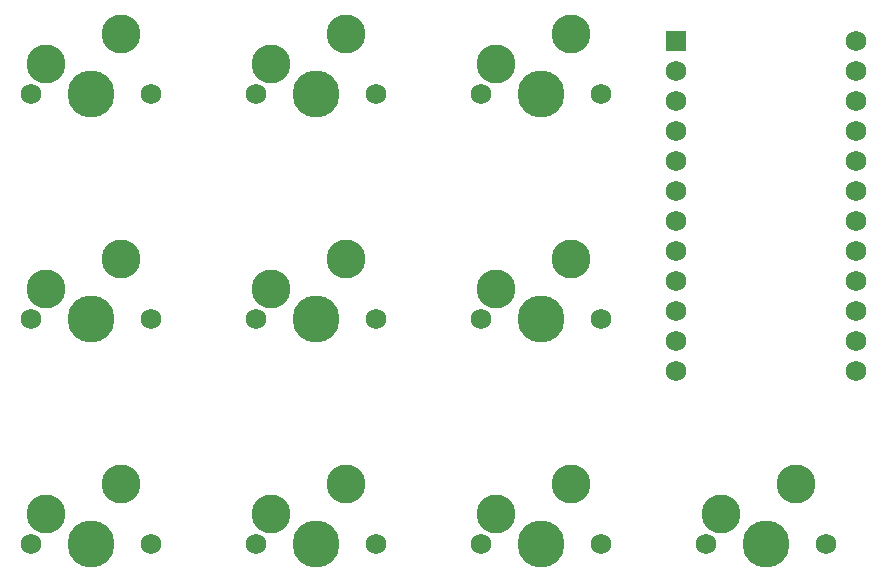
<source format=gts>
%TF.GenerationSoftware,KiCad,Pcbnew,7.0.5*%
%TF.CreationDate,2023-06-14T14:40:25+08:00*%
%TF.ProjectId,Macropad,4d616372-6f70-4616-942e-6b696361645f,rev?*%
%TF.SameCoordinates,Original*%
%TF.FileFunction,Soldermask,Top*%
%TF.FilePolarity,Negative*%
%FSLAX46Y46*%
G04 Gerber Fmt 4.6, Leading zero omitted, Abs format (unit mm)*
G04 Created by KiCad (PCBNEW 7.0.5) date 2023-06-14 14:40:25*
%MOMM*%
%LPD*%
G01*
G04 APERTURE LIST*
%ADD10R,1.752600X1.752600*%
%ADD11C,1.752600*%
%ADD12C,1.750000*%
%ADD13C,3.987800*%
%ADD14C,3.300000*%
G04 APERTURE END LIST*
D10*
%TO.C,U1*%
X217805000Y-60642500D03*
D11*
X217805000Y-63182500D03*
X217805000Y-65722500D03*
X217805000Y-68262500D03*
X217805000Y-70802500D03*
X217805000Y-73342500D03*
X217805000Y-75882500D03*
X217805000Y-78422500D03*
X217805000Y-80962500D03*
X217805000Y-83502500D03*
X217805000Y-86042500D03*
X217805000Y-88582500D03*
X233045000Y-88582500D03*
X233045000Y-86042500D03*
X233045000Y-83502500D03*
X233045000Y-80962500D03*
X233045000Y-78422500D03*
X233045000Y-75882500D03*
X233045000Y-73342500D03*
X233045000Y-70802500D03*
X233045000Y-68262500D03*
X233045000Y-65722500D03*
X233045000Y-63182500D03*
X233045000Y-60642500D03*
%TD*%
D12*
%TO.C,MX10*%
X230505000Y-103187500D03*
D13*
X225425000Y-103187500D03*
D12*
X220345000Y-103187500D03*
D14*
X221615000Y-100647500D03*
X227965000Y-98107500D03*
%TD*%
D12*
%TO.C,MX3*%
X211455000Y-65087500D03*
D13*
X206375000Y-65087500D03*
D12*
X201295000Y-65087500D03*
D14*
X202565000Y-62547500D03*
X208915000Y-60007500D03*
%TD*%
D12*
%TO.C,MX9*%
X211455000Y-103187500D03*
D13*
X206375000Y-103187500D03*
D12*
X201295000Y-103187500D03*
D14*
X202565000Y-100647500D03*
X208915000Y-98107500D03*
%TD*%
D12*
%TO.C,MX4*%
X173355000Y-84137500D03*
D13*
X168275000Y-84137500D03*
D12*
X163195000Y-84137500D03*
D14*
X164465000Y-81597500D03*
X170815000Y-79057500D03*
%TD*%
D12*
%TO.C,MX5*%
X192405000Y-84137500D03*
D13*
X187325000Y-84137500D03*
D12*
X182245000Y-84137500D03*
D14*
X183515000Y-81597500D03*
X189865000Y-79057500D03*
%TD*%
D12*
%TO.C,MX2*%
X192405000Y-65087500D03*
D13*
X187325000Y-65087500D03*
D12*
X182245000Y-65087500D03*
D14*
X183515000Y-62547500D03*
X189865000Y-60007500D03*
%TD*%
D12*
%TO.C,MX8*%
X192405000Y-103187500D03*
D13*
X187325000Y-103187500D03*
D12*
X182245000Y-103187500D03*
D14*
X183515000Y-100647500D03*
X189865000Y-98107500D03*
%TD*%
D12*
%TO.C,MX7*%
X173355000Y-103187500D03*
D13*
X168275000Y-103187500D03*
D12*
X163195000Y-103187500D03*
D14*
X164465000Y-100647500D03*
X170815000Y-98107500D03*
%TD*%
D12*
%TO.C,MX1*%
X173355000Y-65087500D03*
D13*
X168275000Y-65087500D03*
D12*
X163195000Y-65087500D03*
D14*
X164465000Y-62547500D03*
X170815000Y-60007500D03*
%TD*%
D12*
%TO.C,MX6*%
X211455000Y-84137500D03*
D13*
X206375000Y-84137500D03*
D12*
X201295000Y-84137500D03*
D14*
X202565000Y-81597500D03*
X208915000Y-79057500D03*
%TD*%
M02*

</source>
